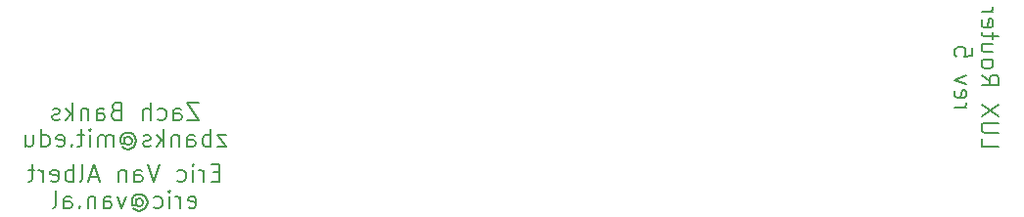
<source format=gbo>
G04 (created by PCBNEW (25-Oct-2014 BZR 4029)-stable) date Wed 10 Jun 2015 01:49:49 AM EDT*
%MOIN*%
G04 Gerber Fmt 3.4, Leading zero omitted, Abs format*
%FSLAX34Y34*%
G01*
G70*
G90*
G04 APERTURE LIST*
%ADD10C,0.00590551*%
%ADD11C,0.008*%
G04 APERTURE END LIST*
G54D10*
G54D11*
X22019Y-20529D02*
X21823Y-20529D01*
X21738Y-20839D02*
X22019Y-20839D01*
X22019Y-20248D01*
X21738Y-20248D01*
X21485Y-20839D02*
X21485Y-20445D01*
X21485Y-20557D02*
X21457Y-20501D01*
X21429Y-20473D01*
X21373Y-20445D01*
X21316Y-20445D01*
X21120Y-20839D02*
X21120Y-20445D01*
X21120Y-20248D02*
X21148Y-20276D01*
X21120Y-20304D01*
X21091Y-20276D01*
X21120Y-20248D01*
X21120Y-20304D01*
X20585Y-20810D02*
X20641Y-20839D01*
X20754Y-20839D01*
X20810Y-20810D01*
X20838Y-20782D01*
X20866Y-20726D01*
X20866Y-20557D01*
X20838Y-20501D01*
X20810Y-20473D01*
X20754Y-20445D01*
X20641Y-20445D01*
X20585Y-20473D01*
X19967Y-20248D02*
X19770Y-20839D01*
X19573Y-20248D01*
X19123Y-20839D02*
X19123Y-20529D01*
X19151Y-20473D01*
X19207Y-20445D01*
X19320Y-20445D01*
X19376Y-20473D01*
X19123Y-20810D02*
X19179Y-20839D01*
X19320Y-20839D01*
X19376Y-20810D01*
X19404Y-20754D01*
X19404Y-20698D01*
X19376Y-20642D01*
X19320Y-20614D01*
X19179Y-20614D01*
X19123Y-20585D01*
X18842Y-20445D02*
X18842Y-20839D01*
X18842Y-20501D02*
X18814Y-20473D01*
X18757Y-20445D01*
X18673Y-20445D01*
X18617Y-20473D01*
X18589Y-20529D01*
X18589Y-20839D01*
X17886Y-20670D02*
X17604Y-20670D01*
X17942Y-20839D02*
X17745Y-20248D01*
X17548Y-20839D01*
X17267Y-20839D02*
X17323Y-20810D01*
X17351Y-20754D01*
X17351Y-20248D01*
X17042Y-20839D02*
X17042Y-20248D01*
X17042Y-20473D02*
X16986Y-20445D01*
X16873Y-20445D01*
X16817Y-20473D01*
X16789Y-20501D01*
X16761Y-20557D01*
X16761Y-20726D01*
X16789Y-20782D01*
X16817Y-20810D01*
X16873Y-20839D01*
X16986Y-20839D01*
X17042Y-20810D01*
X16283Y-20810D02*
X16339Y-20839D01*
X16451Y-20839D01*
X16508Y-20810D01*
X16536Y-20754D01*
X16536Y-20529D01*
X16508Y-20473D01*
X16451Y-20445D01*
X16339Y-20445D01*
X16283Y-20473D01*
X16255Y-20529D01*
X16255Y-20585D01*
X16536Y-20642D01*
X16001Y-20839D02*
X16001Y-20445D01*
X16001Y-20557D02*
X15973Y-20501D01*
X15945Y-20473D01*
X15889Y-20445D01*
X15833Y-20445D01*
X15720Y-20445D02*
X15495Y-20445D01*
X15636Y-20248D02*
X15636Y-20754D01*
X15608Y-20810D01*
X15551Y-20839D01*
X15495Y-20839D01*
X20965Y-21717D02*
X21021Y-21745D01*
X21134Y-21745D01*
X21190Y-21717D01*
X21218Y-21661D01*
X21218Y-21436D01*
X21190Y-21380D01*
X21134Y-21352D01*
X21021Y-21352D01*
X20965Y-21380D01*
X20937Y-21436D01*
X20937Y-21492D01*
X21218Y-21548D01*
X20684Y-21745D02*
X20684Y-21352D01*
X20684Y-21464D02*
X20656Y-21408D01*
X20627Y-21380D01*
X20571Y-21352D01*
X20515Y-21352D01*
X20318Y-21745D02*
X20318Y-21352D01*
X20318Y-21155D02*
X20346Y-21183D01*
X20318Y-21211D01*
X20290Y-21183D01*
X20318Y-21155D01*
X20318Y-21211D01*
X19784Y-21717D02*
X19840Y-21745D01*
X19952Y-21745D01*
X20009Y-21717D01*
X20037Y-21689D01*
X20065Y-21633D01*
X20065Y-21464D01*
X20037Y-21408D01*
X20009Y-21380D01*
X19952Y-21352D01*
X19840Y-21352D01*
X19784Y-21380D01*
X19165Y-21464D02*
X19193Y-21436D01*
X19249Y-21408D01*
X19306Y-21408D01*
X19362Y-21436D01*
X19390Y-21464D01*
X19418Y-21520D01*
X19418Y-21577D01*
X19390Y-21633D01*
X19362Y-21661D01*
X19306Y-21689D01*
X19249Y-21689D01*
X19193Y-21661D01*
X19165Y-21633D01*
X19165Y-21408D02*
X19165Y-21633D01*
X19137Y-21661D01*
X19109Y-21661D01*
X19053Y-21633D01*
X19024Y-21577D01*
X19024Y-21436D01*
X19081Y-21352D01*
X19165Y-21295D01*
X19278Y-21267D01*
X19390Y-21295D01*
X19474Y-21352D01*
X19531Y-21436D01*
X19559Y-21548D01*
X19531Y-21661D01*
X19474Y-21745D01*
X19390Y-21802D01*
X19278Y-21830D01*
X19165Y-21802D01*
X19081Y-21745D01*
X18828Y-21352D02*
X18687Y-21745D01*
X18546Y-21352D01*
X18068Y-21745D02*
X18068Y-21436D01*
X18096Y-21380D01*
X18153Y-21352D01*
X18265Y-21352D01*
X18321Y-21380D01*
X18068Y-21717D02*
X18125Y-21745D01*
X18265Y-21745D01*
X18321Y-21717D01*
X18350Y-21661D01*
X18350Y-21605D01*
X18321Y-21548D01*
X18265Y-21520D01*
X18125Y-21520D01*
X18068Y-21492D01*
X17787Y-21352D02*
X17787Y-21745D01*
X17787Y-21408D02*
X17759Y-21380D01*
X17703Y-21352D01*
X17618Y-21352D01*
X17562Y-21380D01*
X17534Y-21436D01*
X17534Y-21745D01*
X17253Y-21689D02*
X17225Y-21717D01*
X17253Y-21745D01*
X17281Y-21717D01*
X17253Y-21689D01*
X17253Y-21745D01*
X16719Y-21745D02*
X16719Y-21436D01*
X16747Y-21380D01*
X16803Y-21352D01*
X16915Y-21352D01*
X16972Y-21380D01*
X16719Y-21717D02*
X16775Y-21745D01*
X16915Y-21745D01*
X16972Y-21717D01*
X17000Y-21661D01*
X17000Y-21605D01*
X16972Y-21548D01*
X16915Y-21520D01*
X16775Y-21520D01*
X16719Y-21492D01*
X16353Y-21745D02*
X16409Y-21717D01*
X16437Y-21661D01*
X16437Y-21155D01*
X21316Y-18148D02*
X20923Y-18148D01*
X21316Y-18739D01*
X20923Y-18739D01*
X20445Y-18739D02*
X20445Y-18429D01*
X20473Y-18373D01*
X20529Y-18345D01*
X20641Y-18345D01*
X20698Y-18373D01*
X20445Y-18710D02*
X20501Y-18739D01*
X20641Y-18739D01*
X20698Y-18710D01*
X20726Y-18654D01*
X20726Y-18598D01*
X20698Y-18542D01*
X20641Y-18514D01*
X20501Y-18514D01*
X20445Y-18485D01*
X19910Y-18710D02*
X19967Y-18739D01*
X20079Y-18739D01*
X20135Y-18710D01*
X20163Y-18682D01*
X20192Y-18626D01*
X20192Y-18457D01*
X20163Y-18401D01*
X20135Y-18373D01*
X20079Y-18345D01*
X19967Y-18345D01*
X19910Y-18373D01*
X19657Y-18739D02*
X19657Y-18148D01*
X19404Y-18739D02*
X19404Y-18429D01*
X19432Y-18373D01*
X19488Y-18345D01*
X19573Y-18345D01*
X19629Y-18373D01*
X19657Y-18401D01*
X18476Y-18429D02*
X18392Y-18457D01*
X18364Y-18485D01*
X18335Y-18542D01*
X18335Y-18626D01*
X18364Y-18682D01*
X18392Y-18710D01*
X18448Y-18739D01*
X18673Y-18739D01*
X18673Y-18148D01*
X18476Y-18148D01*
X18420Y-18176D01*
X18392Y-18204D01*
X18364Y-18260D01*
X18364Y-18317D01*
X18392Y-18373D01*
X18420Y-18401D01*
X18476Y-18429D01*
X18673Y-18429D01*
X17829Y-18739D02*
X17829Y-18429D01*
X17857Y-18373D01*
X17914Y-18345D01*
X18026Y-18345D01*
X18082Y-18373D01*
X17829Y-18710D02*
X17886Y-18739D01*
X18026Y-18739D01*
X18082Y-18710D01*
X18111Y-18654D01*
X18111Y-18598D01*
X18082Y-18542D01*
X18026Y-18514D01*
X17886Y-18514D01*
X17829Y-18485D01*
X17548Y-18345D02*
X17548Y-18739D01*
X17548Y-18401D02*
X17520Y-18373D01*
X17464Y-18345D01*
X17379Y-18345D01*
X17323Y-18373D01*
X17295Y-18429D01*
X17295Y-18739D01*
X17014Y-18739D02*
X17014Y-18148D01*
X16958Y-18514D02*
X16789Y-18739D01*
X16789Y-18345D02*
X17014Y-18570D01*
X16564Y-18710D02*
X16508Y-18739D01*
X16395Y-18739D01*
X16339Y-18710D01*
X16311Y-18654D01*
X16311Y-18626D01*
X16339Y-18570D01*
X16395Y-18542D01*
X16479Y-18542D01*
X16536Y-18514D01*
X16564Y-18457D01*
X16564Y-18429D01*
X16536Y-18373D01*
X16479Y-18345D01*
X16395Y-18345D01*
X16339Y-18373D01*
X22244Y-19252D02*
X21935Y-19252D01*
X22244Y-19645D01*
X21935Y-19645D01*
X21710Y-19645D02*
X21710Y-19055D01*
X21710Y-19280D02*
X21654Y-19252D01*
X21541Y-19252D01*
X21485Y-19280D01*
X21457Y-19308D01*
X21429Y-19364D01*
X21429Y-19533D01*
X21457Y-19589D01*
X21485Y-19617D01*
X21541Y-19645D01*
X21654Y-19645D01*
X21710Y-19617D01*
X20923Y-19645D02*
X20923Y-19336D01*
X20951Y-19280D01*
X21007Y-19252D01*
X21120Y-19252D01*
X21176Y-19280D01*
X20923Y-19617D02*
X20979Y-19645D01*
X21120Y-19645D01*
X21176Y-19617D01*
X21204Y-19561D01*
X21204Y-19505D01*
X21176Y-19448D01*
X21120Y-19420D01*
X20979Y-19420D01*
X20923Y-19392D01*
X20641Y-19252D02*
X20641Y-19645D01*
X20641Y-19308D02*
X20613Y-19280D01*
X20557Y-19252D01*
X20473Y-19252D01*
X20416Y-19280D01*
X20388Y-19336D01*
X20388Y-19645D01*
X20107Y-19645D02*
X20107Y-19055D01*
X20051Y-19420D02*
X19882Y-19645D01*
X19882Y-19252D02*
X20107Y-19477D01*
X19657Y-19617D02*
X19601Y-19645D01*
X19488Y-19645D01*
X19432Y-19617D01*
X19404Y-19561D01*
X19404Y-19533D01*
X19432Y-19477D01*
X19488Y-19448D01*
X19573Y-19448D01*
X19629Y-19420D01*
X19657Y-19364D01*
X19657Y-19336D01*
X19629Y-19280D01*
X19573Y-19252D01*
X19488Y-19252D01*
X19432Y-19280D01*
X18785Y-19364D02*
X18814Y-19336D01*
X18870Y-19308D01*
X18926Y-19308D01*
X18982Y-19336D01*
X19010Y-19364D01*
X19039Y-19420D01*
X19039Y-19477D01*
X19010Y-19533D01*
X18982Y-19561D01*
X18926Y-19589D01*
X18870Y-19589D01*
X18814Y-19561D01*
X18785Y-19533D01*
X18785Y-19308D02*
X18785Y-19533D01*
X18757Y-19561D01*
X18729Y-19561D01*
X18673Y-19533D01*
X18645Y-19477D01*
X18645Y-19336D01*
X18701Y-19252D01*
X18785Y-19195D01*
X18898Y-19167D01*
X19010Y-19195D01*
X19095Y-19252D01*
X19151Y-19336D01*
X19179Y-19448D01*
X19151Y-19561D01*
X19095Y-19645D01*
X19010Y-19702D01*
X18898Y-19730D01*
X18785Y-19702D01*
X18701Y-19645D01*
X18392Y-19645D02*
X18392Y-19252D01*
X18392Y-19308D02*
X18364Y-19280D01*
X18307Y-19252D01*
X18223Y-19252D01*
X18167Y-19280D01*
X18139Y-19336D01*
X18139Y-19645D01*
X18139Y-19336D02*
X18111Y-19280D01*
X18054Y-19252D01*
X17970Y-19252D01*
X17914Y-19280D01*
X17886Y-19336D01*
X17886Y-19645D01*
X17604Y-19645D02*
X17604Y-19252D01*
X17604Y-19055D02*
X17632Y-19083D01*
X17604Y-19111D01*
X17576Y-19083D01*
X17604Y-19055D01*
X17604Y-19111D01*
X17407Y-19252D02*
X17183Y-19252D01*
X17323Y-19055D02*
X17323Y-19561D01*
X17295Y-19617D01*
X17239Y-19645D01*
X17183Y-19645D01*
X16986Y-19589D02*
X16958Y-19617D01*
X16986Y-19645D01*
X17014Y-19617D01*
X16986Y-19589D01*
X16986Y-19645D01*
X16479Y-19617D02*
X16536Y-19645D01*
X16648Y-19645D01*
X16704Y-19617D01*
X16733Y-19561D01*
X16733Y-19336D01*
X16704Y-19280D01*
X16648Y-19252D01*
X16536Y-19252D01*
X16479Y-19280D01*
X16451Y-19336D01*
X16451Y-19392D01*
X16733Y-19448D01*
X15945Y-19645D02*
X15945Y-19055D01*
X15945Y-19617D02*
X16001Y-19645D01*
X16114Y-19645D01*
X16170Y-19617D01*
X16198Y-19589D01*
X16226Y-19533D01*
X16226Y-19364D01*
X16198Y-19308D01*
X16170Y-19280D01*
X16114Y-19252D01*
X16001Y-19252D01*
X15945Y-19280D01*
X15411Y-19252D02*
X15411Y-19645D01*
X15664Y-19252D02*
X15664Y-19561D01*
X15636Y-19617D01*
X15580Y-19645D01*
X15495Y-19645D01*
X15439Y-19617D01*
X15411Y-19589D01*
X47960Y-19366D02*
X47960Y-19648D01*
X48551Y-19648D01*
X48551Y-19170D02*
X48073Y-19170D01*
X48017Y-19141D01*
X47989Y-19113D01*
X47960Y-19057D01*
X47960Y-18945D01*
X47989Y-18888D01*
X48017Y-18860D01*
X48073Y-18832D01*
X48551Y-18832D01*
X48551Y-18607D02*
X47960Y-18213D01*
X48551Y-18213D02*
X47960Y-18607D01*
X47960Y-17201D02*
X48242Y-17398D01*
X47960Y-17539D02*
X48551Y-17539D01*
X48551Y-17314D01*
X48523Y-17257D01*
X48495Y-17229D01*
X48439Y-17201D01*
X48354Y-17201D01*
X48298Y-17229D01*
X48270Y-17257D01*
X48242Y-17314D01*
X48242Y-17539D01*
X47960Y-16864D02*
X47989Y-16920D01*
X48017Y-16948D01*
X48073Y-16976D01*
X48242Y-16976D01*
X48298Y-16948D01*
X48326Y-16920D01*
X48354Y-16864D01*
X48354Y-16779D01*
X48326Y-16723D01*
X48298Y-16695D01*
X48242Y-16667D01*
X48073Y-16667D01*
X48017Y-16695D01*
X47989Y-16723D01*
X47960Y-16779D01*
X47960Y-16864D01*
X48354Y-16161D02*
X47960Y-16161D01*
X48354Y-16414D02*
X48045Y-16414D01*
X47989Y-16386D01*
X47960Y-16329D01*
X47960Y-16245D01*
X47989Y-16189D01*
X48017Y-16161D01*
X48354Y-15964D02*
X48354Y-15739D01*
X48551Y-15879D02*
X48045Y-15879D01*
X47989Y-15851D01*
X47960Y-15795D01*
X47960Y-15739D01*
X47989Y-15317D02*
X47960Y-15373D01*
X47960Y-15486D01*
X47989Y-15542D01*
X48045Y-15570D01*
X48270Y-15570D01*
X48326Y-15542D01*
X48354Y-15486D01*
X48354Y-15373D01*
X48326Y-15317D01*
X48270Y-15289D01*
X48214Y-15289D01*
X48157Y-15570D01*
X47960Y-15036D02*
X48354Y-15036D01*
X48242Y-15036D02*
X48298Y-15008D01*
X48326Y-14979D01*
X48354Y-14923D01*
X48354Y-14867D01*
X47054Y-18326D02*
X47447Y-18326D01*
X47335Y-18326D02*
X47391Y-18298D01*
X47419Y-18270D01*
X47447Y-18213D01*
X47447Y-18157D01*
X47082Y-17735D02*
X47054Y-17792D01*
X47054Y-17904D01*
X47082Y-17960D01*
X47138Y-17988D01*
X47363Y-17988D01*
X47419Y-17960D01*
X47447Y-17904D01*
X47447Y-17792D01*
X47419Y-17735D01*
X47363Y-17707D01*
X47307Y-17707D01*
X47251Y-17988D01*
X47447Y-17510D02*
X47054Y-17370D01*
X47447Y-17229D01*
X47644Y-16273D02*
X47644Y-16554D01*
X47363Y-16582D01*
X47391Y-16554D01*
X47419Y-16498D01*
X47419Y-16357D01*
X47391Y-16301D01*
X47363Y-16273D01*
X47307Y-16245D01*
X47166Y-16245D01*
X47110Y-16273D01*
X47082Y-16301D01*
X47054Y-16357D01*
X47054Y-16498D01*
X47082Y-16554D01*
X47110Y-16582D01*
M02*

</source>
